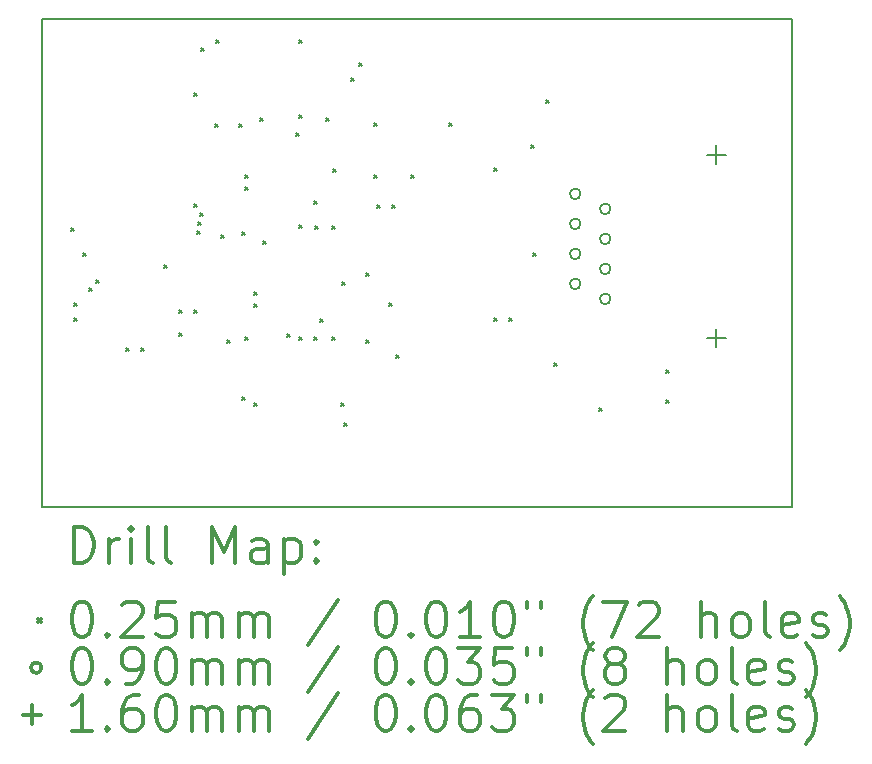
<source format=gbr>
%FSLAX45Y45*%
G04 Gerber Fmt 4.5, Leading zero omitted, Abs format (unit mm)*
G04 Created by KiCad (PCBNEW 4.0.6) date 12/01/17 17:51:23*
%MOMM*%
%LPD*%
G01*
G04 APERTURE LIST*
%ADD10C,0.127000*%
%ADD11C,0.150000*%
%ADD12C,0.200000*%
%ADD13C,0.300000*%
G04 APERTURE END LIST*
D10*
D11*
X11277600Y-11938000D02*
X11277600Y-7810500D01*
X17627600Y-11938000D02*
X11277600Y-11938000D01*
X17627600Y-7810500D02*
X17627600Y-11938000D01*
X11277600Y-7810500D02*
X17627600Y-7810500D01*
D12*
X11518900Y-9575800D02*
X11544300Y-9601200D01*
X11544300Y-9575800D02*
X11518900Y-9601200D01*
X11544300Y-10210800D02*
X11569700Y-10236200D01*
X11569700Y-10210800D02*
X11544300Y-10236200D01*
X11544300Y-10337800D02*
X11569700Y-10363200D01*
X11569700Y-10337800D02*
X11544300Y-10363200D01*
X11620500Y-9791700D02*
X11645900Y-9817100D01*
X11645900Y-9791700D02*
X11620500Y-9817100D01*
X11671300Y-10083800D02*
X11696700Y-10109200D01*
X11696700Y-10083800D02*
X11671300Y-10109200D01*
X11734800Y-10020300D02*
X11760200Y-10045700D01*
X11760200Y-10020300D02*
X11734800Y-10045700D01*
X11988800Y-10591800D02*
X12014200Y-10617200D01*
X12014200Y-10591800D02*
X11988800Y-10617200D01*
X12115800Y-10591800D02*
X12141200Y-10617200D01*
X12141200Y-10591800D02*
X12115800Y-10617200D01*
X12306300Y-9893300D02*
X12331700Y-9918700D01*
X12331700Y-9893300D02*
X12306300Y-9918700D01*
X12433300Y-10274300D02*
X12458700Y-10299700D01*
X12458700Y-10274300D02*
X12433300Y-10299700D01*
X12433300Y-10464800D02*
X12458700Y-10490200D01*
X12458700Y-10464800D02*
X12433300Y-10490200D01*
X12560300Y-8432800D02*
X12585700Y-8458200D01*
X12585700Y-8432800D02*
X12560300Y-8458200D01*
X12560300Y-9372600D02*
X12585700Y-9398000D01*
X12585700Y-9372600D02*
X12560300Y-9398000D01*
X12560300Y-10274300D02*
X12585700Y-10299700D01*
X12585700Y-10274300D02*
X12560300Y-10299700D01*
X12585700Y-9601200D02*
X12611100Y-9626600D01*
X12611100Y-9601200D02*
X12585700Y-9626600D01*
X12598400Y-9525000D02*
X12623800Y-9550400D01*
X12623800Y-9525000D02*
X12598400Y-9550400D01*
X12611100Y-9448800D02*
X12636500Y-9474200D01*
X12636500Y-9448800D02*
X12611100Y-9474200D01*
X12623800Y-8051800D02*
X12649200Y-8077200D01*
X12649200Y-8051800D02*
X12623800Y-8077200D01*
X12738100Y-8699500D02*
X12763500Y-8724900D01*
X12763500Y-8699500D02*
X12738100Y-8724900D01*
X12750800Y-7988300D02*
X12776200Y-8013700D01*
X12776200Y-7988300D02*
X12750800Y-8013700D01*
X12788900Y-9639300D02*
X12814300Y-9664700D01*
X12814300Y-9639300D02*
X12788900Y-9664700D01*
X12839700Y-10528300D02*
X12865100Y-10553700D01*
X12865100Y-10528300D02*
X12839700Y-10553700D01*
X12941300Y-8699500D02*
X12966700Y-8724900D01*
X12966700Y-8699500D02*
X12941300Y-8724900D01*
X12966700Y-9613900D02*
X12992100Y-9639300D01*
X12992100Y-9613900D02*
X12966700Y-9639300D01*
X12966700Y-11010900D02*
X12992100Y-11036300D01*
X12992100Y-11010900D02*
X12966700Y-11036300D01*
X12992100Y-9131300D02*
X13017500Y-9156700D01*
X13017500Y-9131300D02*
X12992100Y-9156700D01*
X12992100Y-9232900D02*
X13017500Y-9258300D01*
X13017500Y-9232900D02*
X12992100Y-9258300D01*
X12992100Y-10502900D02*
X13017500Y-10528300D01*
X13017500Y-10502900D02*
X12992100Y-10528300D01*
X13068300Y-10121900D02*
X13093700Y-10147300D01*
X13093700Y-10121900D02*
X13068300Y-10147300D01*
X13068300Y-10223500D02*
X13093700Y-10248900D01*
X13093700Y-10223500D02*
X13068300Y-10248900D01*
X13068300Y-11061700D02*
X13093700Y-11087100D01*
X13093700Y-11061700D02*
X13068300Y-11087100D01*
X13119100Y-8648700D02*
X13144500Y-8674100D01*
X13144500Y-8648700D02*
X13119100Y-8674100D01*
X13144500Y-9690100D02*
X13169900Y-9715500D01*
X13169900Y-9690100D02*
X13144500Y-9715500D01*
X13347700Y-10477500D02*
X13373100Y-10502900D01*
X13373100Y-10477500D02*
X13347700Y-10502900D01*
X13423900Y-8775700D02*
X13449300Y-8801100D01*
X13449300Y-8775700D02*
X13423900Y-8801100D01*
X13449300Y-7988300D02*
X13474700Y-8013700D01*
X13474700Y-7988300D02*
X13449300Y-8013700D01*
X13449300Y-8623300D02*
X13474700Y-8648700D01*
X13474700Y-8623300D02*
X13449300Y-8648700D01*
X13449300Y-10502900D02*
X13474700Y-10528300D01*
X13474700Y-10502900D02*
X13449300Y-10528300D01*
X13451820Y-9550400D02*
X13477220Y-9575800D01*
X13477220Y-9550400D02*
X13451820Y-9575800D01*
X13576300Y-9347200D02*
X13601700Y-9372600D01*
X13601700Y-9347200D02*
X13576300Y-9372600D01*
X13576300Y-10502900D02*
X13601700Y-10528300D01*
X13601700Y-10502900D02*
X13576300Y-10528300D01*
X13589000Y-9563100D02*
X13614400Y-9588500D01*
X13614400Y-9563100D02*
X13589000Y-9588500D01*
X13625830Y-10351770D02*
X13651230Y-10377170D01*
X13651230Y-10351770D02*
X13625830Y-10377170D01*
X13677900Y-8648700D02*
X13703300Y-8674100D01*
X13703300Y-8648700D02*
X13677900Y-8674100D01*
X13728700Y-9563100D02*
X13754100Y-9588500D01*
X13754100Y-9563100D02*
X13728700Y-9588500D01*
X13728700Y-10502900D02*
X13754100Y-10528300D01*
X13754100Y-10502900D02*
X13728700Y-10528300D01*
X13741400Y-9080500D02*
X13766800Y-9105900D01*
X13766800Y-9080500D02*
X13741400Y-9105900D01*
X13804900Y-11061700D02*
X13830300Y-11087100D01*
X13830300Y-11061700D02*
X13804900Y-11087100D01*
X13817600Y-10033000D02*
X13843000Y-10058400D01*
X13843000Y-10033000D02*
X13817600Y-10058400D01*
X13830300Y-11226800D02*
X13855700Y-11252200D01*
X13855700Y-11226800D02*
X13830300Y-11252200D01*
X13893800Y-8305800D02*
X13919200Y-8331200D01*
X13919200Y-8305800D02*
X13893800Y-8331200D01*
X13957300Y-8178800D02*
X13982700Y-8204200D01*
X13982700Y-8178800D02*
X13957300Y-8204200D01*
X14020800Y-9956800D02*
X14046200Y-9982200D01*
X14046200Y-9956800D02*
X14020800Y-9982200D01*
X14020800Y-10528300D02*
X14046200Y-10553700D01*
X14046200Y-10528300D02*
X14020800Y-10553700D01*
X14084300Y-8686800D02*
X14109700Y-8712200D01*
X14109700Y-8686800D02*
X14084300Y-8712200D01*
X14084300Y-9131300D02*
X14109700Y-9156700D01*
X14109700Y-9131300D02*
X14084300Y-9156700D01*
X14109700Y-9385300D02*
X14135100Y-9410700D01*
X14135100Y-9385300D02*
X14109700Y-9410700D01*
X14211300Y-10210800D02*
X14236700Y-10236200D01*
X14236700Y-10210800D02*
X14211300Y-10236200D01*
X14236700Y-9385300D02*
X14262100Y-9410700D01*
X14262100Y-9385300D02*
X14236700Y-9410700D01*
X14274800Y-10655300D02*
X14300200Y-10680700D01*
X14300200Y-10655300D02*
X14274800Y-10680700D01*
X14401800Y-9131300D02*
X14427200Y-9156700D01*
X14427200Y-9131300D02*
X14401800Y-9156700D01*
X14719300Y-8686800D02*
X14744700Y-8712200D01*
X14744700Y-8686800D02*
X14719300Y-8712200D01*
X15100300Y-9067800D02*
X15125700Y-9093200D01*
X15125700Y-9067800D02*
X15100300Y-9093200D01*
X15100300Y-10337800D02*
X15125700Y-10363200D01*
X15125700Y-10337800D02*
X15100300Y-10363200D01*
X15227300Y-10337800D02*
X15252700Y-10363200D01*
X15252700Y-10337800D02*
X15227300Y-10363200D01*
X15417800Y-8877300D02*
X15443200Y-8902700D01*
X15443200Y-8877300D02*
X15417800Y-8902700D01*
X15430500Y-9791700D02*
X15455900Y-9817100D01*
X15455900Y-9791700D02*
X15430500Y-9817100D01*
X15544800Y-8496300D02*
X15570200Y-8521700D01*
X15570200Y-8496300D02*
X15544800Y-8521700D01*
X15608300Y-10718800D02*
X15633700Y-10744200D01*
X15633700Y-10718800D02*
X15608300Y-10744200D01*
X15989300Y-11099800D02*
X16014700Y-11125200D01*
X16014700Y-11099800D02*
X15989300Y-11125200D01*
X16560800Y-10782300D02*
X16586200Y-10807700D01*
X16586200Y-10782300D02*
X16560800Y-10807700D01*
X16560800Y-11036300D02*
X16586200Y-11061700D01*
X16586200Y-11036300D02*
X16560800Y-11061700D01*
X15834417Y-9289842D02*
G75*
G03X15834417Y-9289842I-45000J0D01*
G01*
X15834417Y-9543842D02*
G75*
G03X15834417Y-9543842I-45000J0D01*
G01*
X15834417Y-9797842D02*
G75*
G03X15834417Y-9797842I-45000J0D01*
G01*
X15834417Y-10051842D02*
G75*
G03X15834417Y-10051842I-45000J0D01*
G01*
X16088417Y-9416842D02*
G75*
G03X16088417Y-9416842I-45000J0D01*
G01*
X16088417Y-9670842D02*
G75*
G03X16088417Y-9670842I-45000J0D01*
G01*
X16088417Y-9924842D02*
G75*
G03X16088417Y-9924842I-45000J0D01*
G01*
X16088417Y-10178842D02*
G75*
G03X16088417Y-10178842I-45000J0D01*
G01*
X16983417Y-8879342D02*
X16983417Y-9039342D01*
X16903417Y-8959342D02*
X17063417Y-8959342D01*
X16983417Y-10429342D02*
X16983417Y-10589342D01*
X16903417Y-10509342D02*
X17063417Y-10509342D01*
D13*
X11541528Y-12411214D02*
X11541528Y-12111214D01*
X11612957Y-12111214D01*
X11655814Y-12125500D01*
X11684386Y-12154071D01*
X11698671Y-12182643D01*
X11712957Y-12239786D01*
X11712957Y-12282643D01*
X11698671Y-12339786D01*
X11684386Y-12368357D01*
X11655814Y-12396929D01*
X11612957Y-12411214D01*
X11541528Y-12411214D01*
X11841528Y-12411214D02*
X11841528Y-12211214D01*
X11841528Y-12268357D02*
X11855814Y-12239786D01*
X11870100Y-12225500D01*
X11898671Y-12211214D01*
X11927243Y-12211214D01*
X12027243Y-12411214D02*
X12027243Y-12211214D01*
X12027243Y-12111214D02*
X12012957Y-12125500D01*
X12027243Y-12139786D01*
X12041528Y-12125500D01*
X12027243Y-12111214D01*
X12027243Y-12139786D01*
X12212957Y-12411214D02*
X12184386Y-12396929D01*
X12170100Y-12368357D01*
X12170100Y-12111214D01*
X12370100Y-12411214D02*
X12341528Y-12396929D01*
X12327243Y-12368357D01*
X12327243Y-12111214D01*
X12712957Y-12411214D02*
X12712957Y-12111214D01*
X12812957Y-12325500D01*
X12912957Y-12111214D01*
X12912957Y-12411214D01*
X13184386Y-12411214D02*
X13184386Y-12254071D01*
X13170100Y-12225500D01*
X13141528Y-12211214D01*
X13084386Y-12211214D01*
X13055814Y-12225500D01*
X13184386Y-12396929D02*
X13155814Y-12411214D01*
X13084386Y-12411214D01*
X13055814Y-12396929D01*
X13041528Y-12368357D01*
X13041528Y-12339786D01*
X13055814Y-12311214D01*
X13084386Y-12296929D01*
X13155814Y-12296929D01*
X13184386Y-12282643D01*
X13327243Y-12211214D02*
X13327243Y-12511214D01*
X13327243Y-12225500D02*
X13355814Y-12211214D01*
X13412957Y-12211214D01*
X13441528Y-12225500D01*
X13455814Y-12239786D01*
X13470100Y-12268357D01*
X13470100Y-12354071D01*
X13455814Y-12382643D01*
X13441528Y-12396929D01*
X13412957Y-12411214D01*
X13355814Y-12411214D01*
X13327243Y-12396929D01*
X13598671Y-12382643D02*
X13612957Y-12396929D01*
X13598671Y-12411214D01*
X13584386Y-12396929D01*
X13598671Y-12382643D01*
X13598671Y-12411214D01*
X13598671Y-12225500D02*
X13612957Y-12239786D01*
X13598671Y-12254071D01*
X13584386Y-12239786D01*
X13598671Y-12225500D01*
X13598671Y-12254071D01*
X11244700Y-12892800D02*
X11270100Y-12918200D01*
X11270100Y-12892800D02*
X11244700Y-12918200D01*
X11598671Y-12741214D02*
X11627243Y-12741214D01*
X11655814Y-12755500D01*
X11670100Y-12769786D01*
X11684386Y-12798357D01*
X11698671Y-12855500D01*
X11698671Y-12926929D01*
X11684386Y-12984071D01*
X11670100Y-13012643D01*
X11655814Y-13026929D01*
X11627243Y-13041214D01*
X11598671Y-13041214D01*
X11570100Y-13026929D01*
X11555814Y-13012643D01*
X11541528Y-12984071D01*
X11527243Y-12926929D01*
X11527243Y-12855500D01*
X11541528Y-12798357D01*
X11555814Y-12769786D01*
X11570100Y-12755500D01*
X11598671Y-12741214D01*
X11827243Y-13012643D02*
X11841528Y-13026929D01*
X11827243Y-13041214D01*
X11812957Y-13026929D01*
X11827243Y-13012643D01*
X11827243Y-13041214D01*
X11955814Y-12769786D02*
X11970100Y-12755500D01*
X11998671Y-12741214D01*
X12070100Y-12741214D01*
X12098671Y-12755500D01*
X12112957Y-12769786D01*
X12127243Y-12798357D01*
X12127243Y-12826929D01*
X12112957Y-12869786D01*
X11941528Y-13041214D01*
X12127243Y-13041214D01*
X12398671Y-12741214D02*
X12255814Y-12741214D01*
X12241528Y-12884071D01*
X12255814Y-12869786D01*
X12284386Y-12855500D01*
X12355814Y-12855500D01*
X12384386Y-12869786D01*
X12398671Y-12884071D01*
X12412957Y-12912643D01*
X12412957Y-12984071D01*
X12398671Y-13012643D01*
X12384386Y-13026929D01*
X12355814Y-13041214D01*
X12284386Y-13041214D01*
X12255814Y-13026929D01*
X12241528Y-13012643D01*
X12541528Y-13041214D02*
X12541528Y-12841214D01*
X12541528Y-12869786D02*
X12555814Y-12855500D01*
X12584386Y-12841214D01*
X12627243Y-12841214D01*
X12655814Y-12855500D01*
X12670100Y-12884071D01*
X12670100Y-13041214D01*
X12670100Y-12884071D02*
X12684386Y-12855500D01*
X12712957Y-12841214D01*
X12755814Y-12841214D01*
X12784386Y-12855500D01*
X12798671Y-12884071D01*
X12798671Y-13041214D01*
X12941528Y-13041214D02*
X12941528Y-12841214D01*
X12941528Y-12869786D02*
X12955814Y-12855500D01*
X12984386Y-12841214D01*
X13027243Y-12841214D01*
X13055814Y-12855500D01*
X13070100Y-12884071D01*
X13070100Y-13041214D01*
X13070100Y-12884071D02*
X13084386Y-12855500D01*
X13112957Y-12841214D01*
X13155814Y-12841214D01*
X13184386Y-12855500D01*
X13198671Y-12884071D01*
X13198671Y-13041214D01*
X13784386Y-12726929D02*
X13527243Y-13112643D01*
X14170100Y-12741214D02*
X14198671Y-12741214D01*
X14227243Y-12755500D01*
X14241528Y-12769786D01*
X14255814Y-12798357D01*
X14270100Y-12855500D01*
X14270100Y-12926929D01*
X14255814Y-12984071D01*
X14241528Y-13012643D01*
X14227243Y-13026929D01*
X14198671Y-13041214D01*
X14170100Y-13041214D01*
X14141528Y-13026929D01*
X14127243Y-13012643D01*
X14112957Y-12984071D01*
X14098671Y-12926929D01*
X14098671Y-12855500D01*
X14112957Y-12798357D01*
X14127243Y-12769786D01*
X14141528Y-12755500D01*
X14170100Y-12741214D01*
X14398671Y-13012643D02*
X14412957Y-13026929D01*
X14398671Y-13041214D01*
X14384386Y-13026929D01*
X14398671Y-13012643D01*
X14398671Y-13041214D01*
X14598671Y-12741214D02*
X14627243Y-12741214D01*
X14655814Y-12755500D01*
X14670100Y-12769786D01*
X14684385Y-12798357D01*
X14698671Y-12855500D01*
X14698671Y-12926929D01*
X14684385Y-12984071D01*
X14670100Y-13012643D01*
X14655814Y-13026929D01*
X14627243Y-13041214D01*
X14598671Y-13041214D01*
X14570100Y-13026929D01*
X14555814Y-13012643D01*
X14541528Y-12984071D01*
X14527243Y-12926929D01*
X14527243Y-12855500D01*
X14541528Y-12798357D01*
X14555814Y-12769786D01*
X14570100Y-12755500D01*
X14598671Y-12741214D01*
X14984385Y-13041214D02*
X14812957Y-13041214D01*
X14898671Y-13041214D02*
X14898671Y-12741214D01*
X14870100Y-12784071D01*
X14841528Y-12812643D01*
X14812957Y-12826929D01*
X15170100Y-12741214D02*
X15198671Y-12741214D01*
X15227243Y-12755500D01*
X15241528Y-12769786D01*
X15255814Y-12798357D01*
X15270100Y-12855500D01*
X15270100Y-12926929D01*
X15255814Y-12984071D01*
X15241528Y-13012643D01*
X15227243Y-13026929D01*
X15198671Y-13041214D01*
X15170100Y-13041214D01*
X15141528Y-13026929D01*
X15127243Y-13012643D01*
X15112957Y-12984071D01*
X15098671Y-12926929D01*
X15098671Y-12855500D01*
X15112957Y-12798357D01*
X15127243Y-12769786D01*
X15141528Y-12755500D01*
X15170100Y-12741214D01*
X15384386Y-12741214D02*
X15384386Y-12798357D01*
X15498671Y-12741214D02*
X15498671Y-12798357D01*
X15941528Y-13155500D02*
X15927243Y-13141214D01*
X15898671Y-13098357D01*
X15884385Y-13069786D01*
X15870100Y-13026929D01*
X15855814Y-12955500D01*
X15855814Y-12898357D01*
X15870100Y-12826929D01*
X15884385Y-12784071D01*
X15898671Y-12755500D01*
X15927243Y-12712643D01*
X15941528Y-12698357D01*
X16027243Y-12741214D02*
X16227243Y-12741214D01*
X16098671Y-13041214D01*
X16327243Y-12769786D02*
X16341528Y-12755500D01*
X16370100Y-12741214D01*
X16441528Y-12741214D01*
X16470100Y-12755500D01*
X16484385Y-12769786D01*
X16498671Y-12798357D01*
X16498671Y-12826929D01*
X16484385Y-12869786D01*
X16312957Y-13041214D01*
X16498671Y-13041214D01*
X16855814Y-13041214D02*
X16855814Y-12741214D01*
X16984386Y-13041214D02*
X16984386Y-12884071D01*
X16970100Y-12855500D01*
X16941528Y-12841214D01*
X16898671Y-12841214D01*
X16870100Y-12855500D01*
X16855814Y-12869786D01*
X17170100Y-13041214D02*
X17141528Y-13026929D01*
X17127243Y-13012643D01*
X17112957Y-12984071D01*
X17112957Y-12898357D01*
X17127243Y-12869786D01*
X17141528Y-12855500D01*
X17170100Y-12841214D01*
X17212957Y-12841214D01*
X17241528Y-12855500D01*
X17255814Y-12869786D01*
X17270100Y-12898357D01*
X17270100Y-12984071D01*
X17255814Y-13012643D01*
X17241528Y-13026929D01*
X17212957Y-13041214D01*
X17170100Y-13041214D01*
X17441528Y-13041214D02*
X17412957Y-13026929D01*
X17398671Y-12998357D01*
X17398671Y-12741214D01*
X17670100Y-13026929D02*
X17641529Y-13041214D01*
X17584386Y-13041214D01*
X17555814Y-13026929D01*
X17541529Y-12998357D01*
X17541529Y-12884071D01*
X17555814Y-12855500D01*
X17584386Y-12841214D01*
X17641529Y-12841214D01*
X17670100Y-12855500D01*
X17684386Y-12884071D01*
X17684386Y-12912643D01*
X17541529Y-12941214D01*
X17798671Y-13026929D02*
X17827243Y-13041214D01*
X17884386Y-13041214D01*
X17912957Y-13026929D01*
X17927243Y-12998357D01*
X17927243Y-12984071D01*
X17912957Y-12955500D01*
X17884386Y-12941214D01*
X17841529Y-12941214D01*
X17812957Y-12926929D01*
X17798671Y-12898357D01*
X17798671Y-12884071D01*
X17812957Y-12855500D01*
X17841529Y-12841214D01*
X17884386Y-12841214D01*
X17912957Y-12855500D01*
X18027243Y-13155500D02*
X18041529Y-13141214D01*
X18070100Y-13098357D01*
X18084386Y-13069786D01*
X18098671Y-13026929D01*
X18112957Y-12955500D01*
X18112957Y-12898357D01*
X18098671Y-12826929D01*
X18084386Y-12784071D01*
X18070100Y-12755500D01*
X18041529Y-12712643D01*
X18027243Y-12698357D01*
X11270100Y-13301500D02*
G75*
G03X11270100Y-13301500I-45000J0D01*
G01*
X11598671Y-13137214D02*
X11627243Y-13137214D01*
X11655814Y-13151500D01*
X11670100Y-13165786D01*
X11684386Y-13194357D01*
X11698671Y-13251500D01*
X11698671Y-13322929D01*
X11684386Y-13380071D01*
X11670100Y-13408643D01*
X11655814Y-13422929D01*
X11627243Y-13437214D01*
X11598671Y-13437214D01*
X11570100Y-13422929D01*
X11555814Y-13408643D01*
X11541528Y-13380071D01*
X11527243Y-13322929D01*
X11527243Y-13251500D01*
X11541528Y-13194357D01*
X11555814Y-13165786D01*
X11570100Y-13151500D01*
X11598671Y-13137214D01*
X11827243Y-13408643D02*
X11841528Y-13422929D01*
X11827243Y-13437214D01*
X11812957Y-13422929D01*
X11827243Y-13408643D01*
X11827243Y-13437214D01*
X11984386Y-13437214D02*
X12041528Y-13437214D01*
X12070100Y-13422929D01*
X12084386Y-13408643D01*
X12112957Y-13365786D01*
X12127243Y-13308643D01*
X12127243Y-13194357D01*
X12112957Y-13165786D01*
X12098671Y-13151500D01*
X12070100Y-13137214D01*
X12012957Y-13137214D01*
X11984386Y-13151500D01*
X11970100Y-13165786D01*
X11955814Y-13194357D01*
X11955814Y-13265786D01*
X11970100Y-13294357D01*
X11984386Y-13308643D01*
X12012957Y-13322929D01*
X12070100Y-13322929D01*
X12098671Y-13308643D01*
X12112957Y-13294357D01*
X12127243Y-13265786D01*
X12312957Y-13137214D02*
X12341528Y-13137214D01*
X12370100Y-13151500D01*
X12384386Y-13165786D01*
X12398671Y-13194357D01*
X12412957Y-13251500D01*
X12412957Y-13322929D01*
X12398671Y-13380071D01*
X12384386Y-13408643D01*
X12370100Y-13422929D01*
X12341528Y-13437214D01*
X12312957Y-13437214D01*
X12284386Y-13422929D01*
X12270100Y-13408643D01*
X12255814Y-13380071D01*
X12241528Y-13322929D01*
X12241528Y-13251500D01*
X12255814Y-13194357D01*
X12270100Y-13165786D01*
X12284386Y-13151500D01*
X12312957Y-13137214D01*
X12541528Y-13437214D02*
X12541528Y-13237214D01*
X12541528Y-13265786D02*
X12555814Y-13251500D01*
X12584386Y-13237214D01*
X12627243Y-13237214D01*
X12655814Y-13251500D01*
X12670100Y-13280071D01*
X12670100Y-13437214D01*
X12670100Y-13280071D02*
X12684386Y-13251500D01*
X12712957Y-13237214D01*
X12755814Y-13237214D01*
X12784386Y-13251500D01*
X12798671Y-13280071D01*
X12798671Y-13437214D01*
X12941528Y-13437214D02*
X12941528Y-13237214D01*
X12941528Y-13265786D02*
X12955814Y-13251500D01*
X12984386Y-13237214D01*
X13027243Y-13237214D01*
X13055814Y-13251500D01*
X13070100Y-13280071D01*
X13070100Y-13437214D01*
X13070100Y-13280071D02*
X13084386Y-13251500D01*
X13112957Y-13237214D01*
X13155814Y-13237214D01*
X13184386Y-13251500D01*
X13198671Y-13280071D01*
X13198671Y-13437214D01*
X13784386Y-13122929D02*
X13527243Y-13508643D01*
X14170100Y-13137214D02*
X14198671Y-13137214D01*
X14227243Y-13151500D01*
X14241528Y-13165786D01*
X14255814Y-13194357D01*
X14270100Y-13251500D01*
X14270100Y-13322929D01*
X14255814Y-13380071D01*
X14241528Y-13408643D01*
X14227243Y-13422929D01*
X14198671Y-13437214D01*
X14170100Y-13437214D01*
X14141528Y-13422929D01*
X14127243Y-13408643D01*
X14112957Y-13380071D01*
X14098671Y-13322929D01*
X14098671Y-13251500D01*
X14112957Y-13194357D01*
X14127243Y-13165786D01*
X14141528Y-13151500D01*
X14170100Y-13137214D01*
X14398671Y-13408643D02*
X14412957Y-13422929D01*
X14398671Y-13437214D01*
X14384386Y-13422929D01*
X14398671Y-13408643D01*
X14398671Y-13437214D01*
X14598671Y-13137214D02*
X14627243Y-13137214D01*
X14655814Y-13151500D01*
X14670100Y-13165786D01*
X14684385Y-13194357D01*
X14698671Y-13251500D01*
X14698671Y-13322929D01*
X14684385Y-13380071D01*
X14670100Y-13408643D01*
X14655814Y-13422929D01*
X14627243Y-13437214D01*
X14598671Y-13437214D01*
X14570100Y-13422929D01*
X14555814Y-13408643D01*
X14541528Y-13380071D01*
X14527243Y-13322929D01*
X14527243Y-13251500D01*
X14541528Y-13194357D01*
X14555814Y-13165786D01*
X14570100Y-13151500D01*
X14598671Y-13137214D01*
X14798671Y-13137214D02*
X14984385Y-13137214D01*
X14884385Y-13251500D01*
X14927243Y-13251500D01*
X14955814Y-13265786D01*
X14970100Y-13280071D01*
X14984385Y-13308643D01*
X14984385Y-13380071D01*
X14970100Y-13408643D01*
X14955814Y-13422929D01*
X14927243Y-13437214D01*
X14841528Y-13437214D01*
X14812957Y-13422929D01*
X14798671Y-13408643D01*
X15255814Y-13137214D02*
X15112957Y-13137214D01*
X15098671Y-13280071D01*
X15112957Y-13265786D01*
X15141528Y-13251500D01*
X15212957Y-13251500D01*
X15241528Y-13265786D01*
X15255814Y-13280071D01*
X15270100Y-13308643D01*
X15270100Y-13380071D01*
X15255814Y-13408643D01*
X15241528Y-13422929D01*
X15212957Y-13437214D01*
X15141528Y-13437214D01*
X15112957Y-13422929D01*
X15098671Y-13408643D01*
X15384386Y-13137214D02*
X15384386Y-13194357D01*
X15498671Y-13137214D02*
X15498671Y-13194357D01*
X15941528Y-13551500D02*
X15927243Y-13537214D01*
X15898671Y-13494357D01*
X15884385Y-13465786D01*
X15870100Y-13422929D01*
X15855814Y-13351500D01*
X15855814Y-13294357D01*
X15870100Y-13222929D01*
X15884385Y-13180071D01*
X15898671Y-13151500D01*
X15927243Y-13108643D01*
X15941528Y-13094357D01*
X16098671Y-13265786D02*
X16070100Y-13251500D01*
X16055814Y-13237214D01*
X16041528Y-13208643D01*
X16041528Y-13194357D01*
X16055814Y-13165786D01*
X16070100Y-13151500D01*
X16098671Y-13137214D01*
X16155814Y-13137214D01*
X16184385Y-13151500D01*
X16198671Y-13165786D01*
X16212957Y-13194357D01*
X16212957Y-13208643D01*
X16198671Y-13237214D01*
X16184385Y-13251500D01*
X16155814Y-13265786D01*
X16098671Y-13265786D01*
X16070100Y-13280071D01*
X16055814Y-13294357D01*
X16041528Y-13322929D01*
X16041528Y-13380071D01*
X16055814Y-13408643D01*
X16070100Y-13422929D01*
X16098671Y-13437214D01*
X16155814Y-13437214D01*
X16184385Y-13422929D01*
X16198671Y-13408643D01*
X16212957Y-13380071D01*
X16212957Y-13322929D01*
X16198671Y-13294357D01*
X16184385Y-13280071D01*
X16155814Y-13265786D01*
X16570100Y-13437214D02*
X16570100Y-13137214D01*
X16698671Y-13437214D02*
X16698671Y-13280071D01*
X16684385Y-13251500D01*
X16655814Y-13237214D01*
X16612957Y-13237214D01*
X16584385Y-13251500D01*
X16570100Y-13265786D01*
X16884386Y-13437214D02*
X16855814Y-13422929D01*
X16841528Y-13408643D01*
X16827243Y-13380071D01*
X16827243Y-13294357D01*
X16841528Y-13265786D01*
X16855814Y-13251500D01*
X16884386Y-13237214D01*
X16927243Y-13237214D01*
X16955814Y-13251500D01*
X16970100Y-13265786D01*
X16984386Y-13294357D01*
X16984386Y-13380071D01*
X16970100Y-13408643D01*
X16955814Y-13422929D01*
X16927243Y-13437214D01*
X16884386Y-13437214D01*
X17155814Y-13437214D02*
X17127243Y-13422929D01*
X17112957Y-13394357D01*
X17112957Y-13137214D01*
X17384386Y-13422929D02*
X17355814Y-13437214D01*
X17298671Y-13437214D01*
X17270100Y-13422929D01*
X17255814Y-13394357D01*
X17255814Y-13280071D01*
X17270100Y-13251500D01*
X17298671Y-13237214D01*
X17355814Y-13237214D01*
X17384386Y-13251500D01*
X17398671Y-13280071D01*
X17398671Y-13308643D01*
X17255814Y-13337214D01*
X17512957Y-13422929D02*
X17541529Y-13437214D01*
X17598671Y-13437214D01*
X17627243Y-13422929D01*
X17641529Y-13394357D01*
X17641529Y-13380071D01*
X17627243Y-13351500D01*
X17598671Y-13337214D01*
X17555814Y-13337214D01*
X17527243Y-13322929D01*
X17512957Y-13294357D01*
X17512957Y-13280071D01*
X17527243Y-13251500D01*
X17555814Y-13237214D01*
X17598671Y-13237214D01*
X17627243Y-13251500D01*
X17741528Y-13551500D02*
X17755814Y-13537214D01*
X17784386Y-13494357D01*
X17798671Y-13465786D01*
X17812957Y-13422929D01*
X17827243Y-13351500D01*
X17827243Y-13294357D01*
X17812957Y-13222929D01*
X17798671Y-13180071D01*
X17784386Y-13151500D01*
X17755814Y-13108643D01*
X17741528Y-13094357D01*
X11190100Y-13617500D02*
X11190100Y-13777500D01*
X11110100Y-13697500D02*
X11270100Y-13697500D01*
X11698671Y-13833214D02*
X11527243Y-13833214D01*
X11612957Y-13833214D02*
X11612957Y-13533214D01*
X11584386Y-13576071D01*
X11555814Y-13604643D01*
X11527243Y-13618929D01*
X11827243Y-13804643D02*
X11841528Y-13818929D01*
X11827243Y-13833214D01*
X11812957Y-13818929D01*
X11827243Y-13804643D01*
X11827243Y-13833214D01*
X12098671Y-13533214D02*
X12041528Y-13533214D01*
X12012957Y-13547500D01*
X11998671Y-13561786D01*
X11970100Y-13604643D01*
X11955814Y-13661786D01*
X11955814Y-13776071D01*
X11970100Y-13804643D01*
X11984386Y-13818929D01*
X12012957Y-13833214D01*
X12070100Y-13833214D01*
X12098671Y-13818929D01*
X12112957Y-13804643D01*
X12127243Y-13776071D01*
X12127243Y-13704643D01*
X12112957Y-13676071D01*
X12098671Y-13661786D01*
X12070100Y-13647500D01*
X12012957Y-13647500D01*
X11984386Y-13661786D01*
X11970100Y-13676071D01*
X11955814Y-13704643D01*
X12312957Y-13533214D02*
X12341528Y-13533214D01*
X12370100Y-13547500D01*
X12384386Y-13561786D01*
X12398671Y-13590357D01*
X12412957Y-13647500D01*
X12412957Y-13718929D01*
X12398671Y-13776071D01*
X12384386Y-13804643D01*
X12370100Y-13818929D01*
X12341528Y-13833214D01*
X12312957Y-13833214D01*
X12284386Y-13818929D01*
X12270100Y-13804643D01*
X12255814Y-13776071D01*
X12241528Y-13718929D01*
X12241528Y-13647500D01*
X12255814Y-13590357D01*
X12270100Y-13561786D01*
X12284386Y-13547500D01*
X12312957Y-13533214D01*
X12541528Y-13833214D02*
X12541528Y-13633214D01*
X12541528Y-13661786D02*
X12555814Y-13647500D01*
X12584386Y-13633214D01*
X12627243Y-13633214D01*
X12655814Y-13647500D01*
X12670100Y-13676071D01*
X12670100Y-13833214D01*
X12670100Y-13676071D02*
X12684386Y-13647500D01*
X12712957Y-13633214D01*
X12755814Y-13633214D01*
X12784386Y-13647500D01*
X12798671Y-13676071D01*
X12798671Y-13833214D01*
X12941528Y-13833214D02*
X12941528Y-13633214D01*
X12941528Y-13661786D02*
X12955814Y-13647500D01*
X12984386Y-13633214D01*
X13027243Y-13633214D01*
X13055814Y-13647500D01*
X13070100Y-13676071D01*
X13070100Y-13833214D01*
X13070100Y-13676071D02*
X13084386Y-13647500D01*
X13112957Y-13633214D01*
X13155814Y-13633214D01*
X13184386Y-13647500D01*
X13198671Y-13676071D01*
X13198671Y-13833214D01*
X13784386Y-13518929D02*
X13527243Y-13904643D01*
X14170100Y-13533214D02*
X14198671Y-13533214D01*
X14227243Y-13547500D01*
X14241528Y-13561786D01*
X14255814Y-13590357D01*
X14270100Y-13647500D01*
X14270100Y-13718929D01*
X14255814Y-13776071D01*
X14241528Y-13804643D01*
X14227243Y-13818929D01*
X14198671Y-13833214D01*
X14170100Y-13833214D01*
X14141528Y-13818929D01*
X14127243Y-13804643D01*
X14112957Y-13776071D01*
X14098671Y-13718929D01*
X14098671Y-13647500D01*
X14112957Y-13590357D01*
X14127243Y-13561786D01*
X14141528Y-13547500D01*
X14170100Y-13533214D01*
X14398671Y-13804643D02*
X14412957Y-13818929D01*
X14398671Y-13833214D01*
X14384386Y-13818929D01*
X14398671Y-13804643D01*
X14398671Y-13833214D01*
X14598671Y-13533214D02*
X14627243Y-13533214D01*
X14655814Y-13547500D01*
X14670100Y-13561786D01*
X14684385Y-13590357D01*
X14698671Y-13647500D01*
X14698671Y-13718929D01*
X14684385Y-13776071D01*
X14670100Y-13804643D01*
X14655814Y-13818929D01*
X14627243Y-13833214D01*
X14598671Y-13833214D01*
X14570100Y-13818929D01*
X14555814Y-13804643D01*
X14541528Y-13776071D01*
X14527243Y-13718929D01*
X14527243Y-13647500D01*
X14541528Y-13590357D01*
X14555814Y-13561786D01*
X14570100Y-13547500D01*
X14598671Y-13533214D01*
X14955814Y-13533214D02*
X14898671Y-13533214D01*
X14870100Y-13547500D01*
X14855814Y-13561786D01*
X14827243Y-13604643D01*
X14812957Y-13661786D01*
X14812957Y-13776071D01*
X14827243Y-13804643D01*
X14841528Y-13818929D01*
X14870100Y-13833214D01*
X14927243Y-13833214D01*
X14955814Y-13818929D01*
X14970100Y-13804643D01*
X14984385Y-13776071D01*
X14984385Y-13704643D01*
X14970100Y-13676071D01*
X14955814Y-13661786D01*
X14927243Y-13647500D01*
X14870100Y-13647500D01*
X14841528Y-13661786D01*
X14827243Y-13676071D01*
X14812957Y-13704643D01*
X15084385Y-13533214D02*
X15270100Y-13533214D01*
X15170100Y-13647500D01*
X15212957Y-13647500D01*
X15241528Y-13661786D01*
X15255814Y-13676071D01*
X15270100Y-13704643D01*
X15270100Y-13776071D01*
X15255814Y-13804643D01*
X15241528Y-13818929D01*
X15212957Y-13833214D01*
X15127243Y-13833214D01*
X15098671Y-13818929D01*
X15084385Y-13804643D01*
X15384386Y-13533214D02*
X15384386Y-13590357D01*
X15498671Y-13533214D02*
X15498671Y-13590357D01*
X15941528Y-13947500D02*
X15927243Y-13933214D01*
X15898671Y-13890357D01*
X15884385Y-13861786D01*
X15870100Y-13818929D01*
X15855814Y-13747500D01*
X15855814Y-13690357D01*
X15870100Y-13618929D01*
X15884385Y-13576071D01*
X15898671Y-13547500D01*
X15927243Y-13504643D01*
X15941528Y-13490357D01*
X16041528Y-13561786D02*
X16055814Y-13547500D01*
X16084385Y-13533214D01*
X16155814Y-13533214D01*
X16184385Y-13547500D01*
X16198671Y-13561786D01*
X16212957Y-13590357D01*
X16212957Y-13618929D01*
X16198671Y-13661786D01*
X16027243Y-13833214D01*
X16212957Y-13833214D01*
X16570100Y-13833214D02*
X16570100Y-13533214D01*
X16698671Y-13833214D02*
X16698671Y-13676071D01*
X16684385Y-13647500D01*
X16655814Y-13633214D01*
X16612957Y-13633214D01*
X16584385Y-13647500D01*
X16570100Y-13661786D01*
X16884386Y-13833214D02*
X16855814Y-13818929D01*
X16841528Y-13804643D01*
X16827243Y-13776071D01*
X16827243Y-13690357D01*
X16841528Y-13661786D01*
X16855814Y-13647500D01*
X16884386Y-13633214D01*
X16927243Y-13633214D01*
X16955814Y-13647500D01*
X16970100Y-13661786D01*
X16984386Y-13690357D01*
X16984386Y-13776071D01*
X16970100Y-13804643D01*
X16955814Y-13818929D01*
X16927243Y-13833214D01*
X16884386Y-13833214D01*
X17155814Y-13833214D02*
X17127243Y-13818929D01*
X17112957Y-13790357D01*
X17112957Y-13533214D01*
X17384386Y-13818929D02*
X17355814Y-13833214D01*
X17298671Y-13833214D01*
X17270100Y-13818929D01*
X17255814Y-13790357D01*
X17255814Y-13676071D01*
X17270100Y-13647500D01*
X17298671Y-13633214D01*
X17355814Y-13633214D01*
X17384386Y-13647500D01*
X17398671Y-13676071D01*
X17398671Y-13704643D01*
X17255814Y-13733214D01*
X17512957Y-13818929D02*
X17541529Y-13833214D01*
X17598671Y-13833214D01*
X17627243Y-13818929D01*
X17641529Y-13790357D01*
X17641529Y-13776071D01*
X17627243Y-13747500D01*
X17598671Y-13733214D01*
X17555814Y-13733214D01*
X17527243Y-13718929D01*
X17512957Y-13690357D01*
X17512957Y-13676071D01*
X17527243Y-13647500D01*
X17555814Y-13633214D01*
X17598671Y-13633214D01*
X17627243Y-13647500D01*
X17741528Y-13947500D02*
X17755814Y-13933214D01*
X17784386Y-13890357D01*
X17798671Y-13861786D01*
X17812957Y-13818929D01*
X17827243Y-13747500D01*
X17827243Y-13690357D01*
X17812957Y-13618929D01*
X17798671Y-13576071D01*
X17784386Y-13547500D01*
X17755814Y-13504643D01*
X17741528Y-13490357D01*
M02*

</source>
